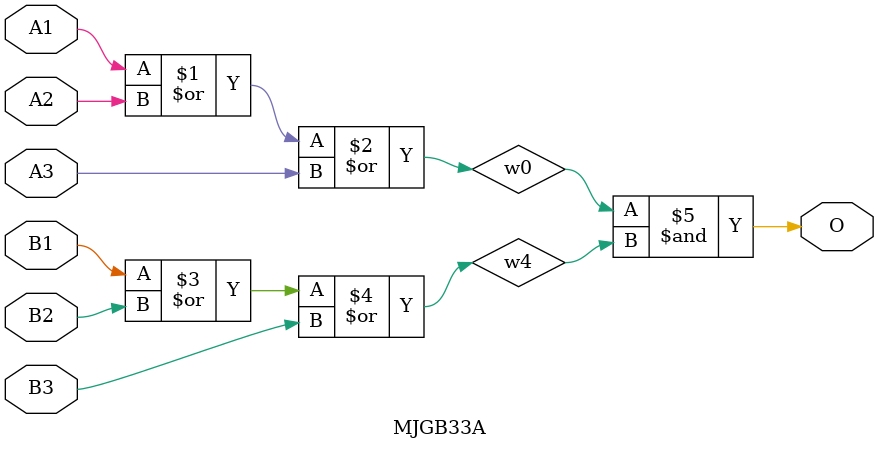
<source format=v>
module MJGB33A(A1, A2, A3, B1, B2, B3, O);
input   A1;
input   A2;
input   A3;
input   B1;
input   B2;
input   B3;
output  O;
or g0(w0, A1, A2, A3);
or g1(w4, B1, B2, B3);
and g2(O, w0, w4);
endmodule
</source>
